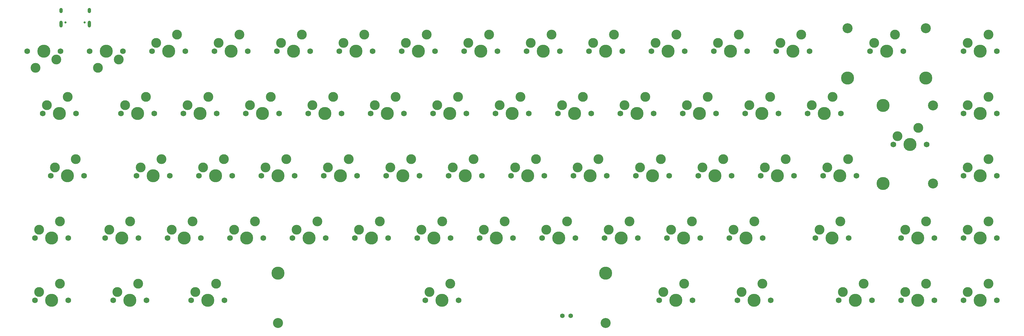
<source format=gts>
%TF.GenerationSoftware,KiCad,Pcbnew,(5.1.6)-1*%
%TF.CreationDate,2021-08-22T23:35:52+02:00*%
%TF.ProjectId,67_E,36375f45-2e6b-4696-9361-645f70636258,rev?*%
%TF.SameCoordinates,Original*%
%TF.FileFunction,Soldermask,Top*%
%TF.FilePolarity,Negative*%
%FSLAX46Y46*%
G04 Gerber Fmt 4.6, Leading zero omitted, Abs format (unit mm)*
G04 Created by KiCad (PCBNEW (5.1.6)-1) date 2021-08-22 23:35:52*
%MOMM*%
%LPD*%
G01*
G04 APERTURE LIST*
%ADD10C,1.400000*%
%ADD11C,1.750000*%
%ADD12C,3.000000*%
%ADD13C,3.987800*%
%ADD14C,3.048000*%
%ADD15O,1.000000X2.100000*%
%ADD16C,0.650000*%
%ADD17O,1.000000X1.600000*%
G04 APERTURE END LIST*
D10*
X228244400Y-169024300D03*
X225704400Y-169024300D03*
D11*
X79692500Y-126199900D03*
X69532500Y-126199900D03*
D12*
X70802500Y-123659900D03*
D13*
X74612500Y-126199900D03*
D12*
X77152500Y-121119900D03*
D11*
X129691130Y-88075770D03*
X119531130Y-88075770D03*
D12*
X120801130Y-85535770D03*
D13*
X124611130Y-88075770D03*
D12*
X127151130Y-82995770D03*
D13*
X312698130Y-96330770D03*
X336574130Y-96330770D03*
D14*
X312698130Y-81090770D03*
X336574130Y-81090770D03*
D11*
X329716130Y-88075770D03*
X319556130Y-88075770D03*
D12*
X320826130Y-85535770D03*
D13*
X324636130Y-88075770D03*
D12*
X327176130Y-82995770D03*
D11*
X358291130Y-88075770D03*
X348131130Y-88075770D03*
D12*
X349401130Y-85535770D03*
D13*
X353211130Y-88075770D03*
D12*
X355751130Y-82995770D03*
D11*
X201128630Y-126175770D03*
X190968630Y-126175770D03*
D12*
X192238630Y-123635770D03*
D13*
X196048630Y-126175770D03*
D12*
X198588630Y-121095770D03*
D11*
X172553630Y-145225770D03*
X162393630Y-145225770D03*
D12*
X163663630Y-142685770D03*
D13*
X167473630Y-145225770D03*
D12*
X170013630Y-140145770D03*
X74763630Y-102045770D03*
D13*
X72223630Y-107125770D03*
D12*
X68413630Y-104585770D03*
D11*
X67143630Y-107125770D03*
X77303630Y-107125770D03*
X243991130Y-88075770D03*
X233831130Y-88075770D03*
D12*
X235101130Y-85535770D03*
D13*
X238911130Y-88075770D03*
D12*
X241451130Y-82995770D03*
D11*
X358291130Y-164275770D03*
X348131130Y-164275770D03*
D12*
X349401130Y-161735770D03*
D13*
X353211130Y-164275770D03*
D12*
X355751130Y-159195770D03*
D11*
X339241130Y-164275770D03*
X329081130Y-164275770D03*
D12*
X330351130Y-161735770D03*
D13*
X334161130Y-164275770D03*
D12*
X336701130Y-159195770D03*
D11*
X320191130Y-164275770D03*
X310031130Y-164275770D03*
D12*
X311301130Y-161735770D03*
D13*
X315111130Y-164275770D03*
D12*
X317651130Y-159195770D03*
D11*
X289234880Y-164275770D03*
X279074880Y-164275770D03*
D12*
X280344880Y-161735770D03*
D13*
X284154880Y-164275770D03*
D12*
X286694880Y-159195770D03*
D11*
X265422380Y-164275770D03*
X255262380Y-164275770D03*
D12*
X256532380Y-161735770D03*
D13*
X260342380Y-164275770D03*
D12*
X262882380Y-159195770D03*
D13*
X138904980Y-156020770D03*
X238904780Y-156020770D03*
D14*
X138904980Y-171260770D03*
X238904780Y-171260770D03*
D11*
X193984880Y-164275770D03*
X183824880Y-164275770D03*
D12*
X185094880Y-161735770D03*
D13*
X188904880Y-164275770D03*
D12*
X191444880Y-159195770D03*
D11*
X122547380Y-164275770D03*
X112387380Y-164275770D03*
D12*
X113657380Y-161735770D03*
D13*
X117467380Y-164275770D03*
D12*
X120007380Y-159195770D03*
D11*
X98734880Y-164275770D03*
X88574880Y-164275770D03*
D12*
X89844880Y-161735770D03*
D13*
X93654880Y-164275770D03*
D12*
X96194880Y-159195770D03*
D11*
X74922380Y-164275770D03*
X64762380Y-164275770D03*
D12*
X66032380Y-161735770D03*
D13*
X69842380Y-164275770D03*
D12*
X72382380Y-159195770D03*
D11*
X358291130Y-145225770D03*
X348131130Y-145225770D03*
D12*
X349401130Y-142685770D03*
D13*
X353211130Y-145225770D03*
D12*
X355751130Y-140145770D03*
D11*
X339241130Y-145225770D03*
X329081130Y-145225770D03*
D12*
X330351130Y-142685770D03*
D13*
X334161130Y-145225770D03*
D12*
X336701130Y-140145770D03*
D11*
X313047380Y-145225770D03*
X302887380Y-145225770D03*
D12*
X304157380Y-142685770D03*
D13*
X307967380Y-145225770D03*
D12*
X310507380Y-140145770D03*
D11*
X286853630Y-145225770D03*
X276693630Y-145225770D03*
D12*
X277963630Y-142685770D03*
D13*
X281773630Y-145225770D03*
D12*
X284313630Y-140145770D03*
D11*
X267803630Y-145225770D03*
X257643630Y-145225770D03*
D12*
X258913630Y-142685770D03*
D13*
X262723630Y-145225770D03*
D12*
X265263630Y-140145770D03*
D11*
X248753630Y-145225770D03*
X238593630Y-145225770D03*
D12*
X239863630Y-142685770D03*
D13*
X243673630Y-145225770D03*
D12*
X246213630Y-140145770D03*
D11*
X229703630Y-145225770D03*
X219543630Y-145225770D03*
D12*
X220813630Y-142685770D03*
D13*
X224623630Y-145225770D03*
D12*
X227163630Y-140145770D03*
D11*
X210653630Y-145225770D03*
X200493630Y-145225770D03*
D12*
X201763630Y-142685770D03*
D13*
X205573630Y-145225770D03*
D12*
X208113630Y-140145770D03*
D11*
X191603630Y-145225770D03*
X181443630Y-145225770D03*
D12*
X182713630Y-142685770D03*
D13*
X186523630Y-145225770D03*
D12*
X189063630Y-140145770D03*
D11*
X153503630Y-145225770D03*
X143343630Y-145225770D03*
D12*
X144613630Y-142685770D03*
D13*
X148423630Y-145225770D03*
D12*
X150963630Y-140145770D03*
D11*
X134453630Y-145225770D03*
X124293630Y-145225770D03*
D12*
X125563630Y-142685770D03*
D13*
X129373630Y-145225770D03*
D12*
X131913630Y-140145770D03*
D11*
X115403630Y-145225770D03*
X105243630Y-145225770D03*
D12*
X106513630Y-142685770D03*
D13*
X110323630Y-145225770D03*
D12*
X112863630Y-140145770D03*
D11*
X96353630Y-145225770D03*
X86193630Y-145225770D03*
D12*
X87463630Y-142685770D03*
D13*
X91273630Y-145225770D03*
D12*
X93813630Y-140145770D03*
D11*
X74922380Y-145225770D03*
X64762380Y-145225770D03*
D12*
X66032380Y-142685770D03*
D13*
X69842380Y-145225770D03*
D12*
X72382380Y-140145770D03*
D11*
X358291130Y-126175770D03*
X348131130Y-126175770D03*
D12*
X349401130Y-123635770D03*
D13*
X353211130Y-126175770D03*
D12*
X355751130Y-121095770D03*
D11*
X296378630Y-126175770D03*
X286218630Y-126175770D03*
D12*
X287488630Y-123635770D03*
D13*
X291298630Y-126175770D03*
D12*
X293838630Y-121095770D03*
D11*
X277328630Y-126175770D03*
X267168630Y-126175770D03*
D12*
X268438630Y-123635770D03*
D13*
X272248630Y-126175770D03*
D12*
X274788630Y-121095770D03*
D11*
X258278630Y-126175770D03*
X248118630Y-126175770D03*
D12*
X249388630Y-123635770D03*
D13*
X253198630Y-126175770D03*
D12*
X255738630Y-121095770D03*
D11*
X239228630Y-126175770D03*
X229068630Y-126175770D03*
D12*
X230338630Y-123635770D03*
D13*
X234148630Y-126175770D03*
D12*
X236688630Y-121095770D03*
D11*
X220178630Y-126175770D03*
X210018630Y-126175770D03*
D12*
X211288630Y-123635770D03*
D13*
X215098630Y-126175770D03*
D12*
X217638630Y-121095770D03*
D11*
X182078630Y-126175770D03*
X171918630Y-126175770D03*
D12*
X173188630Y-123635770D03*
D13*
X176998630Y-126175770D03*
D12*
X179538630Y-121095770D03*
D11*
X163028630Y-126175770D03*
X152868630Y-126175770D03*
D12*
X154138630Y-123635770D03*
D13*
X157948630Y-126175770D03*
D12*
X160488630Y-121095770D03*
D11*
X143978630Y-126175770D03*
X133818630Y-126175770D03*
D12*
X135088630Y-123635770D03*
D13*
X138898630Y-126175770D03*
D12*
X141438630Y-121095770D03*
D11*
X124928630Y-126175770D03*
X114768630Y-126175770D03*
D12*
X116038630Y-123635770D03*
D13*
X119848630Y-126175770D03*
D12*
X122388630Y-121095770D03*
D11*
X105878630Y-126175770D03*
X95718630Y-126175770D03*
D12*
X96988630Y-123635770D03*
D13*
X100798630Y-126175770D03*
D12*
X103338630Y-121095770D03*
X327969880Y-114110770D03*
X334319880Y-111570770D03*
D13*
X331779880Y-116650770D03*
D11*
X326699880Y-116650770D03*
X336859880Y-116650770D03*
D14*
X338764880Y-128588770D03*
X338764880Y-104712770D03*
D13*
X323524880Y-128588770D03*
X323524880Y-104712770D03*
D11*
X358291130Y-107125770D03*
X348131130Y-107125770D03*
D12*
X349401130Y-104585770D03*
D13*
X353211130Y-107125770D03*
D12*
X355751130Y-102045770D03*
D11*
X310666130Y-107125770D03*
X300506130Y-107125770D03*
D12*
X301776130Y-104585770D03*
D13*
X305586130Y-107125770D03*
D12*
X308126130Y-102045770D03*
D11*
X291616130Y-107125770D03*
X281456130Y-107125770D03*
D12*
X282726130Y-104585770D03*
D13*
X286536130Y-107125770D03*
D12*
X289076130Y-102045770D03*
D11*
X272566130Y-107125770D03*
X262406130Y-107125770D03*
D12*
X263676130Y-104585770D03*
D13*
X267486130Y-107125770D03*
D12*
X270026130Y-102045770D03*
D11*
X253516130Y-107125770D03*
X243356130Y-107125770D03*
D12*
X244626130Y-104585770D03*
D13*
X248436130Y-107125770D03*
D12*
X250976130Y-102045770D03*
D11*
X234466130Y-107125770D03*
X224306130Y-107125770D03*
D12*
X225576130Y-104585770D03*
D13*
X229386130Y-107125770D03*
D12*
X231926130Y-102045770D03*
D11*
X215416130Y-107125770D03*
X205256130Y-107125770D03*
D12*
X206526130Y-104585770D03*
D13*
X210336130Y-107125770D03*
D12*
X212876130Y-102045770D03*
D11*
X196366130Y-107125770D03*
X186206130Y-107125770D03*
D12*
X187476130Y-104585770D03*
D13*
X191286130Y-107125770D03*
D12*
X193826130Y-102045770D03*
D11*
X177316130Y-107125770D03*
X167156130Y-107125770D03*
D12*
X168426130Y-104585770D03*
D13*
X172236130Y-107125770D03*
D12*
X174776130Y-102045770D03*
D11*
X158266130Y-107125770D03*
X148106130Y-107125770D03*
D12*
X149376130Y-104585770D03*
D13*
X153186130Y-107125770D03*
D12*
X155726130Y-102045770D03*
D11*
X139216130Y-107125770D03*
X129056130Y-107125770D03*
D12*
X130326130Y-104585770D03*
D13*
X134136130Y-107125770D03*
D12*
X136676130Y-102045770D03*
D11*
X120166130Y-107125770D03*
X110006130Y-107125770D03*
D12*
X111276130Y-104585770D03*
D13*
X115086130Y-107125770D03*
D12*
X117626130Y-102045770D03*
D11*
X101116130Y-107125770D03*
X90956130Y-107125770D03*
D12*
X92226130Y-104585770D03*
D13*
X96036130Y-107125770D03*
D12*
X98576130Y-102045770D03*
D11*
X315428630Y-126175770D03*
X305268630Y-126175770D03*
D12*
X306538630Y-123635770D03*
D13*
X310348630Y-126175770D03*
D12*
X312888630Y-121095770D03*
D11*
X301141130Y-88075770D03*
X290981130Y-88075770D03*
D12*
X292251130Y-85535770D03*
D13*
X296061130Y-88075770D03*
D12*
X298601130Y-82995770D03*
D11*
X282091130Y-88075770D03*
X271931130Y-88075770D03*
D12*
X273201130Y-85535770D03*
D13*
X277011130Y-88075770D03*
D12*
X279551130Y-82995770D03*
D11*
X263041130Y-88075770D03*
X252881130Y-88075770D03*
D12*
X254151130Y-85535770D03*
D13*
X257961130Y-88075770D03*
D12*
X260501130Y-82995770D03*
D11*
X224941130Y-88075770D03*
X214781130Y-88075770D03*
D12*
X216051130Y-85535770D03*
D13*
X219861130Y-88075770D03*
D12*
X222401130Y-82995770D03*
D11*
X205891130Y-88075770D03*
X195731130Y-88075770D03*
D12*
X197001130Y-85535770D03*
D13*
X200811130Y-88075770D03*
D12*
X203351130Y-82995770D03*
D11*
X186841130Y-88075770D03*
X176681130Y-88075770D03*
D12*
X177951130Y-85535770D03*
D13*
X181761130Y-88075770D03*
D12*
X184301130Y-82995770D03*
D11*
X167791130Y-88075770D03*
X157631130Y-88075770D03*
D12*
X158901130Y-85535770D03*
D13*
X162711130Y-88075770D03*
D12*
X165251130Y-82995770D03*
D11*
X148741130Y-88075770D03*
X138581130Y-88075770D03*
D12*
X139851130Y-85535770D03*
D13*
X143661130Y-88075770D03*
D12*
X146201130Y-82995770D03*
D11*
X110641130Y-88075770D03*
X100481130Y-88075770D03*
D12*
X101751130Y-85535770D03*
D13*
X105561130Y-88075770D03*
D12*
X108101130Y-82995770D03*
D11*
X81431130Y-88075770D03*
X91591130Y-88075770D03*
D12*
X90321130Y-90615770D03*
D13*
X86511130Y-88075770D03*
D12*
X83971130Y-93155770D03*
D11*
X62381130Y-88075770D03*
X72541130Y-88075770D03*
D12*
X71271130Y-90615770D03*
D13*
X67461130Y-88075770D03*
D12*
X64921130Y-93155770D03*
D15*
X81297240Y-79822760D03*
X72657240Y-79822760D03*
D16*
X74087240Y-79292760D03*
D17*
X72657240Y-75642760D03*
D16*
X79867240Y-79292760D03*
D17*
X81297240Y-75642760D03*
M02*

</source>
